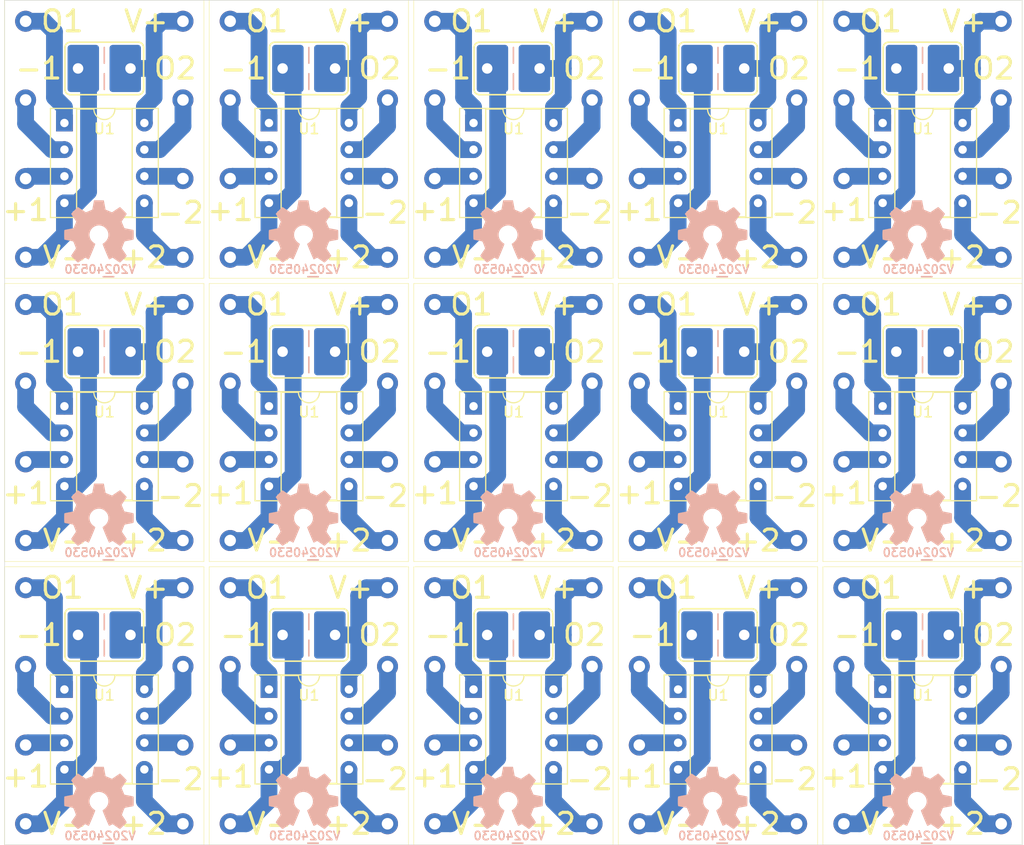
<source format=kicad_pcb>
(kicad_pcb (version 20221018) (generator pcbnew)
  (layers (0 "F.Cu" mixed) (31 "B.Cu" mixed) (34 "B.Paste" user) (35 "F.Paste" user) (36 "B.SilkS" user "B.Silkscreen") (37 "F.SilkS" user "F.Silkscreen") (38 "B.Mask" user) (39 "F.Mask" user) (44 "Edge.Cuts" user))
  (net 0 "")
  (net 1 "Net-(J1-Pin_1)")
  (net 2 "Net-(J4-Pin_1)")
  (net 3 "Net-(J8-Pin_1)")
  (net 4 "Net-(J2-Pin_1)")
  (net 5 "Net-(J3-Pin_1)")
  (net 6 "Net-(J5-Pin_1)")
  (net 7 "Net-(J6-Pin_1)")
  (net 8 "Net-(J7-Pin_1)")
  (footprint "mill-max:PC_pin_nail_head_6092" (layer "F.Cu") (at 102 125.5)
    (fp_text reference "J1")
    (fp_text value "O1")
  )
  (footprint "mill-max:PC_pin_nail_head_6092" (layer "F.Cu") (at 102 133)
    (fp_text reference "J2")
    (fp_text value "-1")
  )
  (footprint "mill-max:PC_pin_nail_head_6092" (layer "F.Cu") (at 102 140.5)
    (fp_text reference "J3")
    (fp_text value "+1")
  )
  (footprint "mill-max:PC_pin_nail_head_6092" (layer "F.Cu") (at 117 148)
    (fp_text reference "J5")
    (fp_text value "+2")
  )
  (footprint "mill-max:PC_pin_nail_head_6092" (layer "F.Cu") (at 117 140.5)
    (fp_text reference "J6")
    (fp_text value "-2")
  )
  (footprint "mill-max:PC_pin_nail_head_6092" (layer "F.Cu") (at 102 148 180)
    (fp_text reference "J4")
    (fp_text value "V-")
  )
  (footprint "SquantorCapacitor:C-050-050X100-0805-3516-film" (layer "F.Cu") (at 109.5 130)
    (fp_text reference "C1" hide)
    (fp_text value "1u" hide)
  )
  (footprint "mill-max:PC_pin_nail_head_6092" (layer "F.Cu") (at 195 98.5)
    (fp_text reference "J8" hide)
    (fp_text value "V+")
  )
  (footprint "mill-max:PC_pin_nail_head_6092" (layer "F.Cu") (at 175.5 140.5)
    (fp_text reference "J6")
    (fp_text value "-2")
  )
  (footprint "mill-max:PC_pin_nail_head_6092" (layer "F.Cu") (at 175.5 133)
    (fp_text reference "J7" hide)
    (fp_text value "O2")
  )
  (footprint "mill-max:PC_pin_nail_head_6092" (layer "F.Cu") (at 180 113.5)
    (fp_text reference "J3")
    (fp_text value "+1")
  )
  (footprint "Package_DIP:DIP-8_W7.62mm_Socket" (layer "F.Cu") (at 105.7 81.2)
    (fp_text reference "U1")
    (fp_text value "opamp_dual_8pin")
  )
  (footprint "mill-max:PC_pin_nail_head_6092" (layer "F.Cu") (at 121.5 133)
    (fp_text reference "J2")
    (fp_text value "-1")
  )
  (footprint "mill-max:PC_pin_nail_head_6092" (layer "F.Cu") (at 156 113.5)
    (fp_text reference "J6")
    (fp_text value "-2")
  )
  (footprint "mill-max:PC_pin_nail_head_6092" (layer "F.Cu") (at 121.5 140.5)
    (fp_text reference "J3")
    (fp_text value "+1")
  )
  (footprint "mill-max:PC_pin_nail_head_6092" (layer "F.Cu") (at 136.5 133)
    (fp_text reference "J7" hide)
    (fp_text value "O2")
  )
  (footprint "mill-max:PC_pin_nail_head_6092" (layer "F.Cu") (at 102 71.5)
    (fp_text reference "J1")
    (fp_text value "O1")
  )
  (footprint "mill-max:PC_pin_nail_head_6092" (layer "F.Cu") (at 156 125.5)
    (fp_text reference "J8" hide)
    (fp_text value "V+")
  )
  (footprint "mill-max:PC_pin_nail_head_6092" (layer "F.Cu") (at 117 106)
    (fp_text reference "J7" hide)
    (fp_text value "O2")
  )
  (footprint "mill-max:PC_pin_nail_head_6092" (layer "F.Cu") (at 141 148 180)
    (fp_text reference "J4")
    (fp_text value "V-")
  )
  (footprint "mill-max:PC_pin_nail_head_6092" (layer "F.Cu") (at 175.5 125.5)
    (fp_text reference "J8" hide)
    (fp_text value "V+")
  )
  (footprint "mill-max:PC_pin_nail_head_6092" (layer "F.Cu") (at 160.5 121 180)
    (fp_text reference "J4")
    (fp_text value "V-")
  )
  (footprint "mill-max:PC_pin_nail_head_6092" (layer "F.Cu") (at 121.5 86.5)
    (fp_text reference "J3")
    (fp_text value "+1")
  )
  (footprint "mill-max:PC_pin_nail_head_6092" (layer "F.Cu") (at 160.5 86.5)
    (fp_text reference "J3")
    (fp_text value "+1")
  )
  (footprint "mill-max:PC_pin_nail_head_6092" (layer "F.Cu") (at 136.5 79)
    (fp_text reference "J7" hide)
    (fp_text value "O2")
  )
  (footprint "mill-max:PC_pin_nail_head_6092" (layer "F.Cu") (at 160.5 113.5)
    (fp_text reference "J3")
    (fp_text value "+1")
  )
  (footprint "mill-max:PC_pin_nail_head_6092" (layer "F.Cu") (at 156 94)
    (fp_text reference "J5")
    (fp_text value "+2")
  )
  (footprint "mill-max:PC_pin_nail_head_6092" (layer "F.Cu") (at 102 94 180)
    (fp_text reference "J4")
    (fp_text value "V-")
  )
  (footprint "mill-max:PC_pin_nail_head_6092" (layer "F.Cu") (at 136.5 86.5)
    (fp_text reference "J6")
    (fp_text value "-2")
  )
  (footprint "mill-max:PC_pin_nail_head_6092" (layer "F.Cu") (at 117 79)
    (fp_text reference "J7" hide)
    (fp_text value "O2")
  )
  (footprint "mill-max:PC_pin_nail_head_6092" (layer "F.Cu") (at 175.5 148)
    (fp_text reference "J5")
    (fp_text value "+2")
  )
  (footprint "mill-max:PC_pin_nail_head_6092" (layer "F.Cu") (at 195 106)
    (fp_text reference "J7" hide)
    (fp_text value "O2")
  )
  (footprint "SquantorCapacitor:C-050-050X100-0805-3516-film" (layer "F.Cu") (at 168 130)
    (fp_text reference "C1" hide)
    (fp_text value "1u" hide)
  )
  (footprint "mill-max:PC_pin_nail_head_6092" (layer "F.Cu") (at 156 133)
    (fp_text reference "J7" hide)
    (fp_text value "O2")
  )
  (footprint "SquantorCapacitor:C-050-050X100-0805-3516-film" (layer "F.Cu") (at 168 103)
    (fp_text reference "C1" hide)
    (fp_text value "1u" hide)
  )
  (footprint "mill-max:PC_pin_nail_head_6092" (layer "F.Cu") (at 156 140.5)
    (fp_text reference "J6")
    (fp_text value "-2")
  )
  (footprint "mill-max:PC_pin_nail_head_6092" (layer "F.Cu") (at 160.5 125.5)
    (fp_text reference "J1")
    (fp_text value "O1")
  )
  (footprint "mill-max:PC_pin_nail_head_6092" (layer "F.Cu") (at 136.5 140.5)
    (fp_text reference "J6")
    (fp_text value "-2")
  )
  (footprint "mill-max:PC_pin_nail_head_6092" (layer "F.Cu") (at 156 79)
    (fp_text reference "J7" hide)
    (fp_text value "O2")
  )
  (footprint "mill-max:PC_pin_nail_head_6092" (layer "F.Cu") (at 117 94)
    (fp_text reference "J5")
    (fp_text value "+2")
  )
  (footprint "mill-max:PC_pin_nail_head_6092" (layer "F.Cu") (at 117 121)
    (fp_text reference "J5")
    (fp_text value "+2")
  )
  (footprint "mill-max:PC_pin_nail_head_6092" (layer "F.Cu") (at 175.5 113.5)
    (fp_text reference "J6")
    (fp_text value "-2")
  )
  (footprint "Package_DIP:DIP-8_W7.62mm_Socket" (layer "F.Cu") (at 183.7 81.2)
    (fp_text reference "U1")
    (fp_text value "opamp_dual_8pin")
  )
  (footprint "Package_DIP:DIP-8_W7.62mm_Socket" (layer "F.Cu") (at 183.7 135.2)
    (fp_text reference "U1")
    (fp_text value "opamp_dual_8pin")
  )
  (footprint "mill-max:PC_pin_nail_head_6092" (layer "F.Cu") (at 180 94 180)
    (fp_text reference "J4")
    (fp_text value "V-")
  )
  (footprint "mill-max:PC_pin_nail_head_6092" (layer "F.Cu") (at 175.5 121)
    (fp_text reference "J5")
    (fp_text value "+2")
  )
  (footprint "mill-max:PC_pin_nail_head_6092" (layer "F.Cu") (at 160.5 106)
    (fp_text reference "J2")
    (fp_text value "-1")
  )
  (footprint "mill-max:PC_pin_nail_head_6092" (layer "F.Cu") (at 195 121)
    (fp_text reference "J5")
    (fp_text value "+2")
  )
  (footprint "mill-max:PC_pin_nail_head_6092" (layer "F.Cu") (at 156 106)
    (fp_text reference "J7" hide)
    (fp_text value "O2")
  )
  (footprint "mill-max:PC_pin_nail_head_6092" (layer "F.Cu") (at 195 79)
    (fp_text reference "J7" hide)
    (fp_text value "O2")
  )
  (footprint "mill-max:PC_pin_nail_head_6092" (layer "F.Cu") (at 180 106)
    (fp_text reference "J2")
    (fp_text value "-1")
  )
  (footprint "Package_DIP:DIP-8_W7.62mm_Socket" (layer "F.Cu") (at 164.2 81.2)
    (fp_text reference "U1")
    (fp_text value "opamp_dual_8pin")
  )
  (footprint "Package_DIP:DIP-8_W7.62mm_Socket" (layer "F.Cu") (at 105.7 135.2)
    (fp_text reference "U1")
    (fp_text value "opamp_dual_8pin")
  )
  (footprint "mill-max:PC_pin_nail_head_6092" (layer "F.Cu") (at 160.5 94 180)
    (fp_text reference "J4")
    (fp_text value "V-")
  )
  (footprint "mill-max:PC_pin_nail_head_6092" (layer "F.Cu") (at 141 140.5)
    (fp_text reference "J3")
    (fp_text value "+1")
  )
  (footprint "mill-max:PC_pin_nail_head_6092" (layer "F.Cu") (at 160.5 140.5)
    (fp_text reference "J3")
    (fp_text value "+1")
  )
  (footprint "mill-max:PC_pin_nail_head_6092" (layer "F.Cu") (at 160.5 79)
    (fp_text reference "J2")
    (fp_text value "-1")
  )
  (footprint "mill-max:PC_pin_nail_head_6092" (layer "F.Cu") (at 102 98.5)
    (fp_text reference "J1")
    (fp_text value "O1")
  )
  (footprint "mill-max:PC_pin_nail_head_6092" (layer "F.Cu") (at 195 71.5)
    (fp_text reference "J8" hide)
    (fp_text value "V+")
  )
  (footprint "mill-max:PC_pin_nail_head_6092" (layer "F.Cu") (at 156 98.5)
    (fp_text reference "J8" hide)
    (fp_text value "V+")
  )
  (footprint "mill-max:PC_pin_nail_head_6092" (layer "F.Cu") (at 141 98.5)
    (fp_text reference "J1")
    (fp_text value "O1")
  )
  (footprint "SquantorCapacitor:C-050-050X100-0805-3516-film" (layer "F.Cu") (at 187.5 76)
    (fp_text reference "C1" hide)
    (fp_text value "1u" hide)
  )
  (footprint "mill-max:PC_pin_nail_head_6092" (layer "F.Cu") (at 117 98.5)
    (fp_text reference "J8" hide)
    (fp_text value "V+")
  )
  (footprint "mill-max:PC_pin_nail_head_6092" (layer "F.Cu") (at 141 79)
    (fp_text reference "J2")
    (fp_text value "-1")
  )
  (footprint "mill-max:PC_pin_nail_head_6092" (layer "F.Cu") (at 136.5 98.5)
    (fp_text reference "J8" hide)
    (fp_text value "V+")
  )
  (footprint "mill-max:PC_pin_nail_head_6092" (layer "F.Cu") (at 180 140.5)
    (fp_text reference "J3")
    (fp_text value "+1")
  )
  (footprint "mill-max:PC_pin_nail_head_6092" (layer "F.Cu") (at 121.5 121 180)
    (fp_text reference "J4")
    (fp_text value "V-")
  )
  (footprint "Package_DIP:DIP-8_W7.62mm_Socket" (layer "F.Cu") (at 144.7 81.2)
    (fp_text reference "U1")
    (fp_text value "opamp_dual_8pin")
  )
  (footprint "Package_DIP:DIP-8_W7.62mm_Socket" (layer "F.Cu") (at 144.7 108.2)
    (fp_text reference "U1")
    (fp_text value "opamp_dual_8pin")
  )
  (footprint "mill-max:PC_pin_nail_head_6092" (layer "F.Cu") (at 156 71.5)
    (fp_text reference "J8" hide)
    (fp_text value "V+")
  )
  (footprint "mill-max:PC_pin_nail_head_6092" (layer "F.Cu") (at 175.5 106)
    (fp_text reference "J7" hide)
    (fp_text value "O2")
  )
  (footprint "SquantorCapacitor:C-050-050X100-0805-3516-film" (layer "F.Cu") (at 187.5 103)
    (fp_text reference "C1" hide)
    (fp_text value "1u" hide)
  )
  (footprint "Package_DIP:DIP-8_W7.62mm_Socket" (layer "F.Cu") (at 125.2 108.2)
    (fp_text reference "U1")
    (fp_text value "opamp_dual_8pin")
  )
  (footprint "mill-max:PC_pin_nail_head_6092" (layer "F.Cu") (at 121.5 125.5)
    (fp_text reference "J1")
    (fp_text value "O1")
  )
  (footprint "mill-max:PC_pin_nail_head_6092" (layer "F.Cu") (at 121.5 113.5)
    (fp_text reference "J3")
    (fp_text value "+1")
  )
  (footprint "mill-max:PC_pin_nail_head_6092" (layer "F.Cu") (at 136.5 148)
    (fp_text reference "J5")
    (fp_text value "+2")
  )
  (footprint "Package_DIP:DIP-8_W7.62mm_Socket" (layer "F.Cu") (at 125.2 135.2)
    (fp_text reference "U1")
    (fp_text value "opamp_dual_8pin")
  )
  (footprint "SquantorCapacitor:C-050-050X100-0805-3516-film" (layer "F.Cu") (at 109.5 103)
    (fp_text reference "C1" hide)
    (fp_text value "1u" hide)
  )
  (footprint "mill-max:PC_pin_nail_head_6092" (layer "F.Cu") (at 180 79)
    (fp_text reference "J2")
    (fp_text value "-1")
  )
  (footprint "mill-max:PC_pin_nail_head_6092" (layer "F.Cu") (at 180 98.5)
    (fp_text reference "J1")
    (fp_text value "O1")
  )
  (footprint "SquantorCapacitor:C-050-050X100-0805-3516-film" (layer "F.Cu") (at 148.5 130)
    (fp_text reference "C1" hide)
    (fp_text value "1u" hide)
  )
  (footprint "mill-max:PC_pin_nail_head_6092" (layer "F.Cu") (at 160.5 148 180)
    (fp_text reference "J4")
    (fp_text value "V-")
  )
  (footprint "mill-max:PC_pin_nail_head_6092" (layer "F.Cu") (at 121.5 71.5)
    (fp_text reference "J1")
    (fp_text value "O1")
  )
  (footprint "mill-max:PC_pin_nail_head_6092" (layer "F.Cu") (at 175.5 79)
    (fp_text reference "J7" hide)
    (fp_text value "O2")
  )
  (footprint "mill-max:PC_pin_nail_head_6092" (layer "F.Cu") (at 175.5 98.5)
    (fp_text reference "J8" hide)
    (fp_text value "V+")
  )
  (footprint "mill-max:PC_pin_nail_head_6092" (layer "F.Cu") (at 141 86.5)
    (fp_text reference "J3")
    (fp_text value "+1")
  )
  (footprint "mill-max:PC_pin_nail_head_6092" (layer "F.Cu") (at 141 121 180)
    (fp_text reference "J4")
    (fp_text value "V-")
  )
  (footprint "mill-max:PC_pin_nail_head_6092" (layer "F.Cu") (at 195 148)
    (fp_text reference "J5")
    (fp_text value "+2")
  )
  (footprint "mill-max:PC_pin_nail_head_6092" (layer "F.Cu") (at 195 140.5)
    (fp_text reference "J6")
    (fp_text value "-2")
  )
  (footprint "mill-max:PC_pin_nail_head_6092" (layer "F.Cu") (at 160.5 133)
    (fp_text reference "J2")
    (fp_text value "-1")
  )
  (footprint "mill-max:PC_pin_nail_head_6092" (layer "F.Cu") (at 141 71.5)
    (fp_text reference "J1")
    (fp_text value "O1")
  )
  (footprint "mill-max:PC_pin_nail_head_6092" (layer "F.Cu") (at 121.5 94 180)
    (fp_text reference "J4")
    (fp_text value "V-")
  )
  (footprint "mill-max:PC_pin_nail_head_6092" (layer "F.Cu") (at 195 125.5)
    (fp_text reference "J8" hide)
    (fp_text value "V+")
  )
  (footprint "mill-max:PC_pin_nail_head_6092" (layer "F.Cu") (at 117 125.5)
    (fp_text reference "J8" hide)
    (fp_text value "V+")
  )
  (footprint "SquantorCapacitor:C-050-050X100-0805-3516-film" (layer "F.Cu") (at 148.5 76)
    (fp_text reference "C1" hide)
    (fp_text value "1u" hide)
  )
  (footprint "mill-max:PC_pin_nail_head_6092" (layer "F.Cu") (at 102 86.5)
    (fp_text reference "J3")
    (fp_text value "+1")
  )
  (footprint "Package_DIP:DIP-8_W7.62mm_Socket" (layer "F.Cu") (at 164.2 135.2)
    (fp_text reference "U1")
    (fp_text value "opamp_dual_8pin")
  )
  (footprint "SquantorCapacitor:C-050-050X100-0805-3516-film" (layer "F.Cu") (at 129 103)
    (fp_text reference "C1" hide)
    (fp_text value "1u" hide)
  )
  (footprint "mill-max:PC_pin_nail_head_6092" (layer "F.Cu") (at 102 79)
    (fp_text reference "J2")
    (fp_text value "-1")
  )
  (footprint "Package_DIP:DIP-8_W7.62mm_Socket" (layer "F.Cu") (at 125.2 81.2)
    (fp_text reference "U1")
    (fp_text value "opamp_dual_8pin")
  )
  (footprint "mill-max:PC_pin_nail_head_6092" (layer "F.Cu") (at 195 94)
    (fp_text reference "J5")
    (fp_text value "+2")
  )
  (footprint "mill-max:PC_pin_nail_head_6092" (layer "F.Cu") (at 102 106)
    (fp_text reference "J2")
    (fp_text value "-1")
  )
  (footprint "mill-max:PC_pin_nail_head_6092" (layer "F.Cu") (at 117 86.5)
    (fp_text reference "J6")
    (fp_text value "-2")
  )
  (footprint "mill-max:PC_pin_nail_head_6092" (layer "F.Cu") (at 180 121 180)
    (fp_text reference "J4")
    (fp_text value "V-")
  )
  (footprint "Package_DIP:DIP-8_W7.62mm_Socket" (layer "F.Cu") (at 183.7 108.2)
    (fp_text reference "U1")
    (fp_text value "opamp_dual_8pin")
  )
  (footprint "mill-max:PC_pin_nail_head_6092" (layer "F.Cu") (at 136.5 71.5)
    (fp_text reference "J8" hide)
    (fp_text value "V+")
  )
  (footprint "Package_DIP:DIP-8_W7.62mm_Socket" (layer "F.Cu") (at 144.7 135.2)
    (fp_text reference "U1")
    (fp_text value "opamp_dual_8pin")
  )
  (footprint "SquantorCapacitor:C-050-050X100-0805-3516-film" (layer "F.Cu") (at 148.5 103)
    (fp_text reference "C1" hide)
    (fp_text value "1u" hide)
  )
  (footprint "mill-max:PC_pin_nail_head_6092" (layer "F.Cu") (at 102 121 180)
    (fp_text reference "J4")
    (fp_text value "V-")
  )
  (footprint "mill-max:PC_pin_nail_head_6092" (layer "F.Cu") (at 102 113.5)
    (fp_text reference "J3")
    (fp_text value "+1")
  )
  (footprint "mill-max:PC_pin_nail_head_6092" (layer "F.Cu") (at 141 94 180)
    (fp_text reference "J4")
    (fp_text value "V-")
  )
  (footprint "Package_DIP:DIP-8_W7.62mm_Socket" (layer "F.Cu") (at 164.2 108.2)
    (fp_text reference "U1")
    (fp_text value "opamp_dual_8pin")
  )
  (footprint "mill-max:PC_pin_nail_head_6092" (layer "F.Cu") (at 156 86.5)
    (fp_text reference "J6")
    (fp_text value "-2")
  )
  (footprint "mill-max:PC_pin_nail_head_6092" (layer "F.Cu") (at 175.5 71.5)
    (fp_text reference "J8" hide)
    (fp_text value "V+")
  )
  (footprint "mill-max:PC_pin_nail_head_6092" (layer "F.Cu") (at 121.5 106)
    (fp_text reference "J2")
    (fp_text value "-1")
  )
  (footprint "mill-max:PC_pin_nail_head_6092" (layer "F.Cu") (at 156 121)
    (fp_text reference "J5")
    (fp_text value "+2")
  )
  (footprint "mill-max:PC_pin_nail_head_6092" (layer "F.Cu") (at 195 113.5)
    (fp_text reference "J6")
    (fp_text value "-2")
  )
  (footprint "mill-max:PC_pin_nail_head_6092" (layer "F.Cu") (at 136.5 106)
    (fp_text reference "J7" hide)
    (fp_text value "O2")
  )
  (footprint "mill-max:PC_pin_nail_head_6092" (layer "F.Cu") (at 136.5 121)
    (fp_text reference "J5")
    (fp_text value "+2")
  )
  (footprint "mill-max:PC_pin_nail_head_6092" (layer "F.Cu") (at 175.5 86.5)
    (fp_text reference "J6")
    (fp_text value "-2")
  )
  (footprint "mill-max:PC_pin_nail_head_6092" (layer "F.Cu") (at 160.5 71.5)
    (fp_text reference "J1")
    (fp_text value "O1")
  )
  (footprint "mill-max:PC_pin_nail_head_6092" (layer "F.Cu") (at 136.5 113.5)
    (fp_text reference "J6")
    (fp_text value "-2")
  )
  (footprint "mill-max:PC_pin_nail_head_6092" (layer "F.Cu") (at 117 71.5)
    (fp_text reference "J8" hide)
    (fp_text value "V+")
  )
  (footprint "mill-max:PC_pin_nail_head_6092" (layer "F.Cu") (at 180 71.5)
    (fp_text reference "J1")
    (fp_text value "O1")
  )
  (footprint "mill-max:PC_pin_nail_head_6092" (layer "F.Cu") (at 117 113.5)
    (fp_text reference "J6")
    (fp_text value "-2")
  )
  (footprint "SquantorCapacitor:C-050-050X100-0805-3516-film" (layer "F.Cu") (at 187.5 130)
    (fp_text reference "C1" hide)
    (fp_text value "1u" hide)
  )
  (footprint "mill-max:PC_pin_nail_head_6092" (layer "F.Cu") (at 180 86.5)
    (fp_text reference "J3")
    (fp_text value "+1")
  )
  (footprint "mill-max:PC_pin_nail_head_6092" (layer "F.Cu") (at 141 106)
    (fp_text reference "J2")
    (fp_text value "-1")
  )
  (footprint "mill-max:PC_pin_nail_head_6092" (layer "F.Cu") (at 180 125.5)
    (fp_text reference "J1")
    (fp_text value "O1")
  )
  (footprint "mill-max:PC_pin_nail_head_6092" (layer "F.Cu") (at 175.5 94)
    (fp_text reference "J5")
    (fp_text value "+2")
  )
  (footprint "mill-max:PC_pin_nail_head_6092" (layer "F.Cu") (at 136.5 94)
    (fp_text reference "J5")
    (fp_text value "+2")
  )
  (footprint "mill-max:PC_pin_nail_head_6092" (layer "F.Cu") (at 180 148 180)
    (fp_text reference "J4")
    (fp_text value "V-")
  )
  (footprint "mill-max:PC_pin_nail_head_6092" (layer "F.Cu") (at 117 133)
    (fp_text reference "J7" hide)
    (fp_text value "O2")
  )
  (footprint "mill-max:PC_pin_nail_head_6092" (layer "F.Cu") (at 141 113.5)
    (fp_text reference "J3")
    (fp_text value "+1")
  )
  (footprint "mill-max:PC_pin_nail_head_6092" (layer "F.Cu") (at 141 125.5)
    (fp_text reference "J1")
    (fp_text value "O1")
  )
  (footprint "SquantorCapacitor:C-050-050X100-0805-3516-film" (layer "F.Cu") (at 168 76)
    (fp_text reference "C1" hide)
    (fp_text value "1u" hide)
  )
  (footprint "mill-max:PC_pin_nail_head_6092" (layer "F.Cu") (at 180 133)
    (fp_text reference "J2")
    (fp_text value "-1")
  )
  (footprint "mill-max:PC_pin_nail_head_6092" (layer "F.Cu") (at 136.5 125.5)
    (fp_text reference "J8" hide)
    (fp_text value "V+")
  )
  (footprint "mill-max:PC_pin_nail_head_6092" (layer "F.Cu") (at 195 86.5)
    (fp_text reference "J6")
    (fp_text value "-2")
  )
  (footprint "mill-max:PC_pin_nail_head_6092" (layer "F.Cu") (at 156 148)
    (fp_text reference "J5")
    (fp_text value "+2")
  )
  (footprint "mill-max:PC_pin_nail_head_6092" (layer "F.Cu") (at 141 133)
    (fp_text reference "J2")
    (fp_text value "-1")
  )
  (footprint "mill-max:PC_pin_nail_head_6092" (layer "F.Cu") (at 121.5 98.5)
    (fp_text reference "J1")
    (fp_text value "O1")
  )
  (footprint "mill-max:PC_pin_nail_head_6092" (layer "F.Cu") (at 195 133)
    (fp_text reference "J7" hide)
    (fp_text value "O2")
  )
  (footprint "Package_DIP:DIP-8_W7.62mm_Socket" (layer "F.Cu") (at 105.7 108.2)
    (fp_text reference "U1")
    (fp_text value "opamp_dual_8pin")
  )
  (footprint "mill-max:PC_pin_nail_head_6092" (layer "F.Cu") (at 160.5 98.5)
    (fp_text reference "J1")
    (fp_text value "O1")
  )
  (footprint "SquantorCapacitor:C-050-050X100-0805-3516-film" (layer "F.Cu") (at 129 76)
    (fp_text reference "C1" hide)
    (fp_text value "1u" hide)
  )
  (footprint "SquantorCapacitor:C-050-050X100-0805-3516-film" (layer "F.Cu") (at 109.5 76)
    (fp_text reference "C1" hide)
    (fp_text value "1u" hide)
  )
  (footprint "mill-max:PC_pin_nail_head_6092" (layer "F.Cu") (at 121.5 148 180)
    (fp_text reference "J4")
    (fp_text value "V-")
  )
  (footprint "SquantorCapacitor:C-050-050X100-0805-3516-film" (layer "F.Cu") (at 129 130)
    (fp_text reference "C1" hide)
    (fp_text value "1u" hide)
  )
  (footprint "mill-max:PC_pin_nail_head_6092" (layer "F.Cu") (at 121.5 79)
    (fp_text reference "J2")
    (fp_text value "-1")
  )
  (footprint "Symbol:OSHW-Symbol_6.7x6mm_SilkScreen" (layer "B.Cu") (at 109 145.55 180)
    (fp_text reference "N2" hide)
    (fp_text value "OHWLOGO" hide)
  )
  (footprint "SquantorLabels:Label_Generic" (layer "B.Cu") (at 109.9 149.25 180)
    (fp_text reference "N1" hide)
    (fp_text value "V20240530")
  )
  (footprint "Symbol:OSHW-Symbol_6.7x6mm_SilkScreen" (layer "B.Cu") (at 187 91.55 180)
    (fp_text reference "N2" hide)
    (fp_text value "OHWLOGO" hide)
  )
  (footprint "Symbol:OSHW-Symbol_6.7x6mm_SilkScreen" (layer "B.Cu") (at 128.5 118.55 180)
    (fp_text reference "N2" hide)
    (fp_text value "OHWLOGO" hide)
  )
  (footprint "Symbol:OSHW-Symbol_6.7x6mm_SilkScreen" (layer "B.Cu") (at 167.5 145.55 180)
    (fp_text reference "N2" hide)
    (fp_text value "OHWLOGO" hide)
  )
  (footprint "SquantorLabels:Label_Generic" (layer "B.Cu") (at 129.4 95.25 180)
    (fp_text reference "N1" hide)
    (fp_text value "V20240530")
  )
  (footprint "Symbol:OSHW-Symbol_6.7x6mm_SilkScreen" (layer "B.Cu") (at 128.5 145.55 180)
    (fp_text reference "N2" hide)
    (fp_text value "OHWLOGO" hide)
  )
  (footprint "Symbol:OSHW-Symbol_6.7x6mm_SilkScreen" (layer "B.Cu") (at 128.5 91.55 180)
    (fp_text reference "N2" hide)
    (fp_text value "OHWLOGO" hide)
  )
  (footprint "SquantorLabels:Label_Generic" (layer "B.Cu") (at 168.4 95.25 180)
    (fp_text reference "N1" hide)
    (fp_text value "V20240530")
  )
  (footprint "Symbol:OSHW-Symbol_6.7x6mm_SilkScreen" (layer "B.Cu") (at 148 145.55 180)
    (fp_text reference "N2" hide)
    (fp_text value "OHWLOGO" hide)
  )
  (footprint "SquantorLabels:Label_Generic" (layer "B.Cu") (at 109.9 122.25 180)
    (fp_text reference "N1" hide)
    (fp_text value "V20240530")
  )
  (footprint "Symbol:OSHW-Symbol_6.7x6mm_SilkScreen" (layer "B.Cu") (at 167.5 118.55 180)
    (fp_text reference "N2" hide)
    (fp_text value "OHWLOGO" hide)
  )
  (footprint "Symbol:OSHW-Symbol_6.7x6mm_SilkScreen" (layer "B.Cu") (at 109 91.55 180)
    (fp_text reference "N2" hide)
    (fp_text value "OHWLOGO" hide)
  )
  (footprint "Symbol:OSHW-Symbol_6.7x6mm_SilkScreen" (layer "B.Cu") (at 187 118.55 180)
    (fp_text reference "N2" hide)
    (fp_text value "OHWLOGO" hide)
  )
  (footprint "Symbol:OSHW-Symbol_6.7x6mm_SilkScreen" (layer "B.Cu") (at 109 118.55 180)
    (fp_text reference "N2" hide)
    (fp_text value "OHWLOGO" hide)
  )
  (footprint "SquantorLabels:Label_Generic" (layer "B.Cu") (at 187.9 122.25 180)
    (fp_text reference "N1" hide)
    (fp_text value "V20240530")
  )
  (footprint "SquantorLabels:Label_Generic" (layer "B.Cu") (at 168.4 149.25 180)
    (fp_text reference "N1" hide)
    (fp_text value "V20240530")
  )
  (footprint "Symbol:OSHW-Symbol_6.7x6mm_SilkScreen" (layer "B.Cu") (at 148 91.55 180)
    (fp_text reference "N2" hide)
    (fp_text value "OHWLOGO" hide)
  )
  (footprint "SquantorLabels:Label_Generic" (layer "B.Cu") (at 129.4 122.25 180)
    (fp_text reference "N1" hide)
    (fp_text value "V20240530")
  )
  (footprint "SquantorLabels:Label_Generic" (layer "B.Cu") (at 148.9 95.25 180)
    (fp_text reference "N1" hide)
    (fp_text value "V20240530")
  )
  (footprint "SquantorLabels:Label_Generic" (layer "B.Cu") (at 168.4 122.25 180)
    (fp_text reference "N1" hide)
    (fp_text value "V20240530")
  )
  (footprint "SquantorLabels:Label_Generic" (layer "B.Cu") (at 187.9 149.25 180)
    (fp_text reference "N1" hide)
    (fp_text value "V20240530")
  )
  (footprint "SquantorLabels:Label_Generic" (layer "B.Cu") (at 148.9 122.25 180)
    (fp_text reference "N1" hide)
    (fp_text value "V20240530")
  )
  (footprint "SquantorLabels:Label_Generic" (layer "B.Cu") (at 109.9 95.25 180)
    (fp_text reference "N1" hide)
    (fp_text value "V20240530")
  )
  (footprint "SquantorLabels:Label_Generic" (layer "B.Cu") (at 148.9 149.25 180)
    (fp_text reference "N1" hide)
    (fp_text value "V20240530")
  )
  (footprint "Symbol:OSHW-Symbol_6.7x6mm_SilkScreen" (layer "B.Cu") (at 187 145.55 180)
    (fp_text reference "N2" hide)
    (fp_text value "OHWLOGO" hide)
  )
  (footprint "Symbol:OSHW-Symbol_6.7x6mm_SilkScreen" (layer "B.Cu") (at 167.5 91.55 180)
    (fp_text reference "N2" hide)
    (fp_text value "OHWLOGO" hide)
  )
  (footprint "Symbol:OSHW-Symbol_6.7x6mm_SilkScreen" (layer "B.Cu") (at 148 118.55 180)
    (fp_text reference "N2" hide)
    (fp_text value "OHWLOGO" hide)
  )
  (footprint "SquantorLabels:Label_Generic" (layer "B.Cu") (at 129.4 149.25 180)
    (fp_text reference "N1" hide)
    (fp_text value "V20240530")
  )
  (footprint "SquantorLabels:Label_Generic" (layer "B.Cu") (at 187.9 95.25 180)
    (fp_text reference "N1" hide)
    (fp_text value "V20240530")
  )
  (gr_line (start 100 150) (end 119 150) (stroke (width 0.05)) (layer "F.SilkS"))
  (gr_line (start 119 123.5) (end 119 150) (stroke (width 0.05)) (layer "F.SilkS"))
  (gr_line (start 119 123.5) (end 100 123.5) (stroke (width 0.05)) (layer "F.SilkS"))
  (gr_line (start 158.5 96) (end 177.5 96) (stroke (width 0.05)) (layer "F.SilkS"))
  (gr_line (start 158 123.5) (end 139 123.5) (stroke (width 0.05)) (layer "F.SilkS"))
  (gr_line (start 139 123) (end 158 123) (stroke (width 0.05)) (layer "F.SilkS"))
  (gr_line (start 177.5 96.5) (end 158.5 96.5) (stroke (width 0.05)) (layer "F.SilkS"))
  (gr_line (start 197 123.5) (end 178 123.5) (stroke (width 0.05)) (layer "F.SilkS"))
  (gr_line (start 119 69.5) (end 100 69.5) (stroke (width 0.05)) (layer "F.SilkS"))
  (gr_line (start 178 96) (end 197 96) (stroke (width 0.05)) (layer "F.SilkS"))
  (gr_line (start 119.5 123) (end 138.5 123) (stroke (width 0.05)) (layer "F.SilkS"))
  (gr_line (start 119 96.5) (end 100 96.5) (stroke (width 0.05)) (layer "F.SilkS"))
  (gr_line (start 119.5 150) (end 119.5 123.5) (stroke (width 0.05)) (layer "F.SilkS"))
  (gr_line (start 119.5 123) (end 119.5 96.5) (stroke (width 0.05)) (layer "F.SilkS"))
  (gr_line (start 158 123.5) (end 158 150) (stroke (width 0.05)) (layer "F.SilkS"))
  (gr_line (start 139 96) (end 158 96) (stroke (width 0.05)) (layer "F.SilkS"))
  (gr_line (start 177.5 123.5) (end 158.5 123.5) (stroke (width 0.05)) (layer "F.SilkS"))
  (gr_line (start 138.5 69.5) (end 119.5 69.5) (stroke (width 0.05)) (layer "F.SilkS"))
  (gr_line (start 158.5 150) (end 177.5 150) (stroke (width 0.05)) (layer "F.SilkS"))
  (gr_line (start 138.5 96.5) (end 119.5 96.5) (stroke (width 0.05)) (layer "F.SilkS"))
  (gr_line (start 119.5 150) (end 138.5 150) (stroke (width 0.05)) (layer "F.SilkS"))
  (gr_line (start 139 96) (end 139 69.5) (stroke (width 0.05)) (layer "F.SilkS"))
  (gr_line (start 197 96.5) (end 197 123) (stroke (width 0.05)) (layer "F.SilkS"))
  (gr_line (start 158 69.5) (end 158 96) (stroke (width 0.05)) (layer "F.SilkS"))
  (gr_line (start 100 150) (end 100 123.5) (stroke (width 0.05)) (layer "F.SilkS"))
  (gr_line (start 139 150) (end 158 150) (stroke (width 0.05)) (layer "F.SilkS"))
  (gr_line (start 197 123.5) (end 197 150) (stroke (width 0.05)) (layer "F.SilkS"))
  (gr_line (start 138.5 123.5) (end 138.5 150) (stroke (width 0.05)) (layer "F.SilkS"))
  (gr_line (start 178 150) (end 178 123.5) (stroke (width 0.05)) (layer "F.SilkS"))
  (gr_line (start 100 96) (end 100 69.5) (stroke (width 0.05)) (layer "F.SilkS"))
  (gr_line (start 119 96.5) (end 119 123) (stroke (width 0.05)) (layer "F.SilkS"))
  (gr_line (start 138.5 123.5) (end 119.5 123.5) (stroke (width 0.05)) (layer "F.SilkS"))
  (gr_line (start 119 69.5) (end 119 96) (stroke (width 0.05)) (layer "F.SilkS"))
  (gr_line (start 177.5 69.5) (end 158.5 69.5) (stroke (width 0.05)) (layer "F.SilkS"))
  (gr_line (start 158.5 96) (end 158.5 69.5) (stroke (width 0.05)) (layer "F.SilkS"))
  (gr_line (start 177.5 123.5) (end 177.5 150) (stroke (width 0.05)) (layer "F.SilkS"))
  (gr_line (start 177.5 69.5) (end 177.5 96) (stroke (width 0.05)) (layer "F.SilkS"))
  (gr_line (start 158.5 150) (end 158.5 123.5) (stroke (width 0.05)) (layer "F.SilkS"))
  (gr_line (start 119.5 96) (end 138.5 96) (stroke (width 0.05)) (layer "F.SilkS"))
  (gr_line (start 197 69.5) (end 197 96) (stroke (width 0.05)) (layer "F.SilkS"))
  (gr_line (start 178 123) (end 178 96.5) (stroke (width 0.05)) (layer "F.SilkS"))
  (gr_line (start 158.5 123) (end 158.5 96.5) (stroke (width 0.05)) (layer "F.SilkS"))
  (gr_line (start 158 96.5) (end 158 123) (stroke (width 0.05)) (layer "F.SilkS"))
  (gr_line (start 178 150) (end 197 150) (stroke (width 0.05)) (layer "F.SilkS"))
  (gr_line (start 119.5 96) (end 119.5 69.5) (stroke (width 0.05)) (layer "F.SilkS"))
  (gr_line (start 177.5 96.5) (end 177.5 123) (stroke (width 0.05)) (layer "F.SilkS"))
  (gr_line (start 100 123) (end 100 96.5) (stroke (width 0.05)) (layer "F.SilkS"))
  (gr_line (start 178 96) (end 178 69.5) (stroke (width 0.05)) (layer "F.SilkS"))
  (gr_line (start 138.5 69.5) (end 138.5 96) (stroke (width 0.05)) (layer "F.SilkS"))
  (gr_line (start 139 123) (end 139 96.5) (stroke (width 0.05)) (layer "F.SilkS"))
  (gr_line (start 197 69.5) (end 178 69.5) (stroke (width 0.05)) (layer "F.SilkS"))
  (gr_line (start 158 96.5) (end 139 96.5) (stroke (width 0.05)) (layer "F.SilkS"))
  (gr_line (start 158 69.5) (end 139 69.5) (stroke (width 0.05)) (layer "F.SilkS"))
  (gr_line (start 100 96) (end 119 96) (stroke (width 0.05)) (layer "F.SilkS"))
  (gr_line (start 100 123) (end 119 123) (stroke (width 0.05)) (layer "F.SilkS"))
  (gr_line (start 158.5 123) (end 177.5 123) (stroke (width 0.05)) (layer "F.SilkS"))
  (gr_line (start 197 96.5) (end 178 96.5) (stroke (width 0.05)) (layer "F.SilkS"))
  (gr_line (start 178 123) (end 197 123) (stroke (width 0.05)) (layer "F.SilkS"))
  (gr_line (start 138.5 96.5) (end 138.5 123) (stroke (width 0.05)) (layer "F.SilkS"))
  (gr_line (start 139 150) (end 139 123.5) (stroke (width 0.05)) (layer "F.SilkS"))
  (gr_line (start 197 69.5) (end 100 69.5) (stroke (width 0.05)) (layer "Edge.Cuts"))
  (gr_line (start 100 69.5) (end 100 150) (stroke (width 0.05)) (layer "Edge.Cuts"))
  (gr_line (start 197 150) (end 197 69.5) (stroke (width 0.05)) (layer "Edge.Cuts"))
  (gr_line (start 100 150) (end 197 150) (stroke (width 0.05)) (layer "Edge.Cuts"))
  (segment (start 181.75 125.5) (end 180 125.5) (width 1.6) (layer "B.Cu") (net 1))
  (segment (start 125.2 133.7) (end 124.25 132.75) (width 1.6) (layer "B.Cu") (net 1))
  (segment (start 144.7 79.7) (end 143.75 78.75) (width 1.6) (layer "B.Cu") (net 1))
  (segment (start 143.75 78.75) (end 143.75 72.5) (width 1.6) (layer "B.Cu") (net 1))
  (segment (start 181.75 98.5) (end 180 98.5) (width 1.6) (layer "B.Cu") (net 1))
  (segment (start 182.75 99.5) (end 181.75 98.5) (width 1.6) (layer "B.Cu") (net 1))
  (segment (start 163.25 105.75) (end 163.25 99.5) (width 1.6) (layer "B.Cu") (net 1))
  (segment (start 125.2 81.2) (end 125.2 79.7) (width 1.6) (layer "B.Cu") (net 1))
  (segment (start 183.7 133.7) (end 182.75 132.75) (width 1.6) (layer "B.Cu") (net 1))
  (segment (start 164.2 106.7) (end 163.25 105.75) (width 1.6) (layer "B.Cu") (net 1))
  (segment (start 164.2 79.7) (end 163.25 78.75) (width 1.6) (layer "B.Cu") (net 1))
  (segment (start 182.75 126.5) (end 181.75 125.5) (width 1.6) (layer "B.Cu") (net 1))
  (segment (start 163.25 99.5) (end 162.25 98.5) (width 1.6) (layer "B.Cu") (net 1))
  (segment (start 104.75 99.5) (end 103.75 98.5) (width 1.6) (layer "B.Cu") (net 1))
  (segment (start 125.2 106.7) (end 124.25 105.75) (width 1.6) (layer "B.Cu") (net 1))
  (segment (start 162.25 98.5) (end 160.5 98.5) (width 1.6) (layer "B.Cu") (net 1))
  (segment (start 124.25 126.5) (end 123.25 125.5) (width 1.6) (layer "B.Cu") (net 1))
  (segment (start 104.75 105.75) (end 104.75 99.5) (width 1.6) (layer "B.Cu") (net 1))
  (segment (start 144.7 81.2) (end 144.7 79.7) (width 1.6) (layer "B.Cu") (net 1))
  (segment (start 182.75 78.75) (end 182.75 72.5) (width 1.6) (layer "B.Cu") (net 1))
  (segment (start 162.25 125.5) (end 160.5 125.5) (width 1.6) (layer "B.Cu") (net 1))
  (segment (start 144.7 135.2) (end 144.7 133.7) (width 1.6) (layer "B.Cu") (net 1))
  (segment (start 164.2 81.2) (end 164.2 79.7) (width 1.6) (layer "B.Cu") (net 1))
  (segment (start 183.7 108.2) (end 183.7 106.7) (width 1.6) (layer "B.Cu") (net 1))
  (segment (start 143.75 105.75) (end 143.75 99.5) (width 1.6) (layer "B.Cu") (net 1))
  (segment (start 163.25 126.5) (end 162.25 125.5) (width 1.6) (layer "B.Cu") (net 1))
  (segment (start 142.75 71.5) (end 141 71.5) (width 1.6) (layer "B.Cu") (net 1))
  (segment (start 125.2 135.2) (end 125.2 133.7) (width 1.6) (layer "B.Cu") (net 1))
  (segment (start 143.75 72.5) (end 142.75 71.5) (width 1.6) (layer "B.Cu") (net 1))
  (segment (start 104.75 78.75) (end 104.75 72.5) (width 1.6) (layer "B.Cu") (net 1))
  (segment (start 182.75 72.5) (end 181.75 71.5) (width 1.6) (layer "B.Cu") (net 1))
  (segment (start 105.7 81.2) (end 105.7 79.7) (width 1.6) (layer "B.Cu") (net 1))
  (segment (start 105.7 106.7) (end 104.75 105.75) (width 1.6) (layer "B.Cu") (net 1))
  (segment (start 103.75 125.5) (end 102 125.5) (width 1.6) (layer "B.Cu") (net 1))
  (segment (start 183.7 135.2) (end 183.7 133.7) (width 1.6) (layer "B.Cu") (net 1))
  (segment (start 105.7 79.7) (end 104.75 78.75) (width 1.6) (layer "B.Cu") (net 1))
  (segment (start 105.7 135.2) (end 105.7 133.7) (width 1.6) (layer "B.Cu") (net 1))
  (segment (start 124.25 72.5) (end 123.25 71.5) (width 1.6) (layer "B.Cu") (net 1))
  (segment (start 105.7 108.2) (end 105.7 106.7) (width 1.6) (layer "B.Cu") (net 1))
  (segment (start 143.75 99.5) (end 142.75 98.5) (width 1.6) (layer "B.Cu") (net 1))
  (segment (start 164.2 135.2) (end 164.2 133.7) (width 1.6) (layer "B.Cu") (net 1))
  (segment (start 183.7 81.2) (end 183.7 79.7) (width 1.6) (layer "B.Cu") (net 1))
  (segment (start 104.75 72.5) (end 103.75 71.5) (width 1.6) (layer "B.Cu") (net 1))
  (segment (start 142.75 125.5) (end 141 125.5) (width 1.6) (layer "B.Cu") (net 1))
  (segment (start 142.75 98.5) (end 141 98.5) (width 1.6) (layer "B.Cu") (net 1))
  (segment (start 123.25 125.5) (end 121.5 125.5) (width 1.6) (layer "B.Cu") (net 1))
  (segment (start 143.75 132.75) (end 143.75 126.5) (width 1.6) (layer "B.Cu") (net 1))
  (segment (start 143.75 126.5) (end 142.75 125.5) (width 1.6) (layer "B.Cu") (net 1))
  (segment (start 123.25 98.5) (end 121.5 98.5) (width 1.6) (layer "B.Cu") (net 1))
  (segment (start 103.75 98.5) (end 102 98.5) (width 1.6) (layer "B.Cu") (net 1))
  (segment (start 164.2 108.2) (end 164.2 106.7) (width 1.6) (layer "B.Cu") (net 1))
  (segment (start 144.7 108.2) (end 144.7 106.7) (width 1.6) (layer "B.Cu") (net 1))
  (segment (start 125.2 108.2) (end 125.2 106.7) (width 1.6) (layer "B.Cu") (net 1))
  (segment (start 125.2 79.7) (end 124.25 78.75) (width 1.6) (layer "B.Cu") (net 1))
  (segment (start 162.25 71.5) (end 160.5 71.5) (width 1.6) (layer "B.Cu") (net 1))
  (segment (start 123.25 71.5) (end 121.5 71.5) (width 1.6) (layer "B.Cu") (net 1))
  (segment (start 183.7 79.7) (end 182.75 78.75) (width 1.6) (layer "B.Cu") (net 1))
  (segment (start 104.75 132.75) (end 104.75 126.5) (width 1.6) (layer "B.Cu") (net 1))
  (segment (start 181.75 71.5) (end 180 71.5) (width 1.6) (layer "B.Cu") (net 1))
  (segment (start 104.75 126.5) (end 103.75 125.5) (width 1.6) (layer "B.Cu") (net 1))
  (segment (start 163.25 132.75) (end 163.25 126.5) (width 1.6) (layer "B.Cu") (net 1))
  (segment (start 182.75 105.75) (end 182.75 99.5) (width 1.6) (layer "B.Cu") (net 1))
  (segment (start 124.25 132.75) (end 124.25 126.5) (width 1.6) (layer "B.Cu") (net 1))
  (segment (start 124.25 78.75) (end 124.25 72.5) (width 1.6) (layer "B.Cu") (net 1))
  (segment (start 124.25 99.5) (end 123.25 98.5) (width 1.6) (layer "B.Cu") (net 1))
  (segment (start 103.75 71.5) (end 102 71.5) (width 1.6) (layer "B.Cu") (net 1))
  (segment (start 163.25 78.75) (end 163.25 72.5) (width 1.6) (layer "B.Cu") (net 1))
  (segment (start 182.75 132.75) (end 182.75 126.5) (width 1.6) (layer "B.Cu") (net 1))
  (segment (start 144.7 133.7) (end 143.75 132.75) (width 1.6) (layer "B.Cu") (net 1))
  (segment (start 105.7 133.7) (end 104.75 132.75) (width 1.6) (layer "B.Cu") (net 1))
  (segment (start 144.7 106.7) (end 143.75 105.75) (width 1.6) (layer "B.Cu") (net 1))
  (segment (start 183.7 106.7) (end 182.75 105.75) (width 1.6) (layer "B.Cu") (net 1))
  (segment (start 164.2 133.7) (end 163.25 132.75) (width 1.6) (layer "B.Cu") (net 1))
  (segment (start 163.25 72.5) (end 162.25 71.5) (width 1.6) (layer "B.Cu") (net 1))
  (segment (start 124.25 105.75) (end 124.25 99.5) (width 1.6) (layer "B.Cu") (net 1))
  (segment (start 186 87.75) (end 186 76.5) (width 1.6) (layer "B.Cu") (net 2))
  (segment (start 107.5 76) (end 107 76) (width 1.6) (layer "B.Cu") (net 2))
  (segment (start 144.7 88.82) (end 145.93 88.82) (width 1.6) (layer "B.Cu") (net 2))
  (segment (start 144.7 115.82) (end 144.7 118.8) (width 1.6) (layer "B.Cu") (net 2))
  (segment (start 125.2 88.82) (end 126.43 88.82) (width 1.6) (layer "B.Cu") (net 2))
  (segment (start 164.2 115.82) (end 165.43 115.82) (width 1.6) (layer "B.Cu") (net 2))
  (segment (start 125.2 118.8) (end 123 121) (width 1.6) (layer "B.Cu") (net 2))
  (segment (start 183.7 115.82) (end 184.93 115.82) (width 1.6) (layer "B.Cu") (net 2))
  (segment (start 181.5 121) (end 180 121) (width 1.6) (layer "B.Cu") (net 2))
  (segment (start 127.5 87.75) (end 127.5 76.5) (width 1.6) (layer "B.Cu") (net 2))
  (segment (start 183.7 115.82) (end 183.7 118.8) (width 1.6) (layer "B.Cu") (net 2))
  (segment (start 147 141.75) (end 147 130.5) (width 1.6) (layer "B.Cu") (net 2))
  (segment (start 184.93 142.82) (end 186 141.75) (width 1.6) (layer "B.Cu") (net 2))
  (segment (start 164.2 115.82) (end 164.2 118.8) (width 1.6) (layer "B.Cu") (net 2))
  (segment (start 166 103) (end 165.5 103) (width 1.6) (layer "B.Cu") (net 2))
  (segment (start 127.5 130.5) (end 127 130) (width 1.6) (layer "B.Cu") (net 2))
  (segment (start 185.5 103) (end 185 103) (width 1.6) (layer "B.Cu") (net 2))
  (segment (start 147 76.5) (end 146.5 76) (width 1.6) (layer "B.Cu") (net 2))
  (segment (start 166 130) (end 165.5 130) (width 1.6) (layer "B.Cu") (net 2))
  (segment (start 184.93 88.82) (end 186 87.75) (width 1.6) (layer "B.Cu") (net 2))
  (segment (start 166.5 114.75) (end 166.5 103.5) (width 1.6) (layer "B.Cu") (net 2))
  (segment (start 144.7 88.82) (end 144.7 91.8) (width 1.6) (layer "B.Cu") (net 2))
  (segment (start 125.2 115.82) (end 125.2 118.8) (width 1.6) (layer "B.Cu") (net 2))
  (segment (start 164.2 145.8) (end 162 148) (width 1.6) (layer "B.Cu") (net 2))
  (segment (start 165.43 115.82) (end 166.5 114.75) (width 1.6) (layer "B.Cu") (net 2))
  (segment (start 185.5 76) (end 185 76) (width 1.6) (layer "B.Cu") (net 2))
  (segment (start 125.2 142.82) (end 126.43 142.82) (width 1.6) (layer "B.Cu") (net 2))
  (segment (start 145.93 142.82) (end 147 141.75) (width 1.6) (layer "B.Cu") (net 2))
  (segment (start 108 76.5) (end 107.5 76) (width 1.6) (layer "B.Cu") (net 2))
  (segment (start 146.5 76) (end 146 76) (width 1.6) (layer "B.Cu") (net 2))
  (segment (start 127 103) (end 126.5 103) (width 1.6) (layer "B.Cu") (net 2))
  (segment (start 164.2 118.8) (end 162 121) (width 1.6) (layer "B.Cu") (net 2))
  (segment (start 108 114.75) (end 108 103.5) (width 1.6) (layer "B.Cu") (net 2))
  (segment (start 166.5 103.5) (end 166 103) (width 1.6) (layer "B.Cu") (net 2))
  (segment (start 105.7 88.82) (end 106.93 88.82) (width 1.6) (layer "B.Cu") (net 2))
  (segment (start 162 94) (end 160.5 94) (width 1.6) (layer "B.Cu") (net 2))
  (segment (start 108 103.5) (end 107.5 103) (width 1.6) (layer "B.Cu") (net 2))
  (segment (start 103.5 121) (end 102 121) (width 1.6) (layer "B.Cu") (net 2))
  (segment (start 147 114.75) (end 147 103.5) (width 1.6) (layer "B.Cu") (net 2))
  (segment (start 166 76) (end 165.5 76) (width 1.6) (layer "B.Cu") (net 2))
  (segment (start 146.5 130) (end 146 130) (width 1.6) (layer "B.Cu") (net 2))
  (segment (start 166.5 76.5) (end 166 76) (width 1.6) (layer "B.Cu") (net 2))
  (segment (start 126.43 88.82) (end 127.5 87.75) (width 1.6) (layer "B.Cu") (net 2))
  (segment (start 125.2 88.82) (end 125.2 91.8) (width 1.6) (layer "B.Cu") (net 2))
  (segment (start 183.7 88.82) (end 184.93 88.82) (width 1.6) (layer "B.Cu") (net 2))
  (segment (start 186 114.75) (end 186 103.5) (width 1.6) (layer "B.Cu") (net 2))
  (segment (start 144.7 115.82) (end 145.93 115.82) (width 1.6) (layer "B.Cu") (net 2))
  (segment (start 186 141.75) (end 186 130.5) (width 1.6) (layer "B.Cu") (net 2))
  (segment (start 127.5 141.75) (end 127.5 130.5) (width 1.6) (layer "B.Cu") (net 2))
  (segment (start 183.7 88.82) (end 183.7 91.8) (width 1.6) (layer "B.Cu") (net 2))
  (segment (start 105.7 142.82) (end 105.7 145.8) (width 1.6) (layer "B.Cu") (net 2))
  (segment (start 107.5 130) (end 107 130) (width 1.6) (layer "B.Cu") (net 2))
  (segment (start 183.7 145.8) (end 181.5 148) (width 1.6) (layer "B.Cu") (net 2))
  (segment (start 105.7 142.82) (end 106.93 142.82) (width 1.6) (layer "B.Cu") (net 2))
  (segment (start 164.2 88.82) (end 164.2 91.8) (width 1.6) (layer "B.Cu") (net 2))
  (segment (start 125.2 115.82) (end 126.43 115.82) (width 1.6) (layer "B.Cu") (net 2))
  (segment (start 105.7 115.82) (end 105.7 118.8) (width 1.6) (layer "B.Cu") (net 2))
  (segment (start 144.7 142.82) (end 145.93 142.82) (width 1.6) (layer "B.Cu") (net 2))
  (segment (start 166.5 130.5) (end 166 130) (width 1.6) (layer "B.Cu") (net 2))
  (segment (start 126.43 115.82) (end 127.5 114.75) (width 1.6) (layer "B.Cu") (net 2))
  (segment (start 142.5 148) (end 141 148) (width 1.6) (layer "B.Cu") (net 2))
  (segment (start 147 87.75) (end 147 76.5) (width 1.6) (layer "B.Cu") (net 2))
  (segment (start 103.5 148) (end 102 148) (width 1.6) (layer "B.Cu") (net 2))
  (segment (start 166.5 141.75) (end 166.5 130.5) (width 1.6) (layer "B.Cu") (net 2))
  (segment (start 147 130.5) (end 146.5 130) (width 1.6) (layer "B.Cu") (net 2))
  (segment (start 103.5 94) (end 102 94) (width 1.6) (layer "B.Cu") (net 2))
  (segment (start 106.93 115.82) (end 108 114.75) (width 1.6) (layer "B.Cu") (net 2))
  (segment (start 164.2 142.82) (end 164.2 145.8) (width 1.6) (layer "B.Cu") (net 2))
  (segment (start 105.7 88.82) (end 105.7 91.8) (width 1.6) (layer "B.Cu") (net 2))
  (segment (start 181.5 94) (end 180 94) (width 1.6) (layer "B.Cu") (net 2))
  (segment (start 146.5 103) (end 146 103) (width 1.6) (layer "B.Cu") (net 2))
  (segment (start 183.7 118.8) (end 181.5 121) (width 1.6) (layer "B.Cu") (net 2))
  (segment (start 106.93 88.82) (end 108 87.75) (width 1.6) (layer "B.Cu") (net 2))
  (segment (start 125.2 91.8) (end 123 94) (width 1.6) (layer "B.Cu") (net 2))
  (segment (start 123 148) (end 121.5 148) (width 1.6) (layer "B.Cu") (net 2))
  (segment (start 186 76.5) (end 185.5 76) (width 1.6) (layer "B.Cu") (net 2))
  (segment (start 164.2 142.82) (end 165.43 142.82) (width 1.6) (layer "B.Cu") (net 2))
  (segment (start 105.7 145.8) (end 103.5 148) (width 1.6) (layer "B.Cu") (net 2))
  (segment (start 107.5 103) (end 107 103) (width 1.6) (layer "B.Cu") (net 2))
  (segment (start 144.7 142.82) (end 144.7 145.8) (width 1.6) (layer "B.Cu") (net 2))
  (segment (start 105.7 115.82) (end 106.93 115.82) (width 1.6) (layer "B.Cu") (net 2))
  (segment (start 147 103.5) (end 146.5 103) (width 1.6) (layer "B.Cu") (net 2))
  (segment (start 162 148) (end 160.5 148) (width 1.6) (layer "B.Cu") (net 2))
  (segment (start 105.7 118.8) (end 103.5 121) (width 1.6) (layer "B.Cu") (net 2))
  (segment (start 162 121) (end 160.5 121) (width 1.6) (layer "B.Cu") (net 2))
  (segment (start 105.7 91.8) (end 103.5 94) (width 1.6) (layer "B.Cu") (net 2))
  (segment (start 145.93 115.82) (end 147 114.75) (width 1.6) (layer "B.Cu") (net 2))
  (segment (start 127.5 114.75) (end 127.5 103.5) (width 1.6) (layer "B.Cu") (net 2))
  (segment (start 164.2 88.82) (end 165.43 88.82) (width 1.6) (layer "B.Cu") (net 2))
  (segment (start 127.5 76.5) (end 127 76) (width 1.6) (layer "B.Cu") (net 2))
  (segment (start 142.5 94) (end 141 94) (width 1.6) (layer "B.Cu") (net 2))
  (segment (start 181.5 148) (end 180 148) (width 1.6) (layer "B.Cu") (net 2))
  (segment (start 183.7 142.82) (end 183.7 145.8) (width 1.6) (layer "B.Cu") (net 2))
  (segment (start 106.93 142.82) (end 108 141.75) (width 1.6) (layer "B.Cu") (net 2))
  (segment (start 108 141.75) (end 108 130.5) (width 1.6) (layer "B.Cu") (net 2))
  (segment (start 185.5 130) (end 185 130) (width 1.6) (layer "B.Cu") (net 2))
  (segment (start 126.43 142.82) (end 127.5 141.75) (width 1.6) (layer "B.Cu") (net 2))
  (segment (start 166.5 87.75) (end 166.5 76.5) (width 1.6) (layer "B.Cu") (net 2))
  (segment (start 123 121) (end 121.5 121) (width 1.6) (layer "B.Cu") (net 2))
  (segment (start 144.7 91.8) (end 142.5 94) (width 1.6) (layer "B.Cu") (net 2))
  (segment (start 144.7 145.8) (end 142.5 148) (width 1.6) (layer "B.Cu") (net 2))
  (segment (start 125.2 142.82) (end 125.2 145.8) (width 1.6) (layer "B.Cu") (net 2))
  (segment (start 108 87.75) (end 108 76.5) (width 1.6) (layer "B.Cu") (net 2))
  (segment (start 183.7 91.8) (end 181.5 94) (width 1.6) (layer "B.Cu") (net 2))
  (segment (start 127 130) (end 126.5 130) (width 1.6) (layer "B.Cu") (net 2))
  (segment (start 108 130.5) (end 107.5 130) (width 1.6) (layer "B.Cu") (net 2))
  (segment (start 125.2 145.8) (end 123 148) (width 1.6) (layer "B.Cu") (net 2))
  (segment (start 123 94) (end 121.5 94) (width 1.6) (layer "B.Cu") (net 2))
  (segment (start 145.93 88.82) (end 147 87.75) (width 1.6) (layer "B.Cu") (net 2))
  (segment (start 186 103.5) (end 185.5 103) (width 1.6) (layer "B.Cu") (net 2))
  (segment (start 165.43 142.82) (end 166.5 141.75) (width 1.6) (layer "B.Cu") (net 2))
  (segment (start 186 130.5) (end 185.5 130) (width 1.6) (layer "B.Cu") (net 2))
  (segment (start 164.2 91.8) (end 162 94) (width 1.6) (layer "B.Cu") (net 2))
  (segment (start 142.5 121) (end 141 121) (width 1.6) (layer "B.Cu") (net 2))
  (segment (start 184.93 115.82) (end 186 114.75) (width 1.6) (layer "B.Cu") (net 2))
  (segment (start 127.5 103.5) (end 127 103) (width 1.6) (layer "B.Cu") (net 2))
  (segment (start 144.7 118.8) (end 142.5 121) (width 1.6) (layer "B.Cu") (net 2))
  (segment (start 183.7 142.82) (end 184.93 142.82) (width 1.6) (layer "B.Cu") (net 2))
  (segment (start 127 76) (end 126.5 76) (width 1.6) (layer "B.Cu") (net 2))
  (segment (start 165.43 88.82) (end 166.5 87.75) (width 1.6) (layer "B.Cu") (net 2))
  (segment (start 133.75 105.75) (end 133.75 103) (width 1.6) (layer "B.Cu") (net 3))
  (segment (start 131.5 130) (end 133.75 130) (width 1.6) (layer "B.Cu") (net 3))
  (segment (start 112 130) (end 114.25 130) (width 1.6) (layer "B.Cu") (net 3))
  (segment (start 152.32 133.68) (end 153.25 132.75) (width 1.6) (layer "B.Cu") (net 3))
  (segment (start 171.82 135.2) (end 171.82 133.68) (width 1.6) (layer "B.Cu") (net 3))
  (segment (start 151 76) (end 153.25 76) (width 1.6) (layer "B.Cu") (net 3))
  (segment (start 115 98.5) (end 117 98.5) (width 1.6) (layer "B.Cu") (net 3))
  (segment (start 172.75 99.25) (end 173.5 98.5) (width 1.6) (layer "B.Cu") (net 3))
  (segment (start 134.5 71.5) (end 136.5 71.5) (width 1.6) (layer "B.Cu") (net 3))
  (segment (start 113.32 135.2) (end 113.32 133.68) (width 1.6) (layer "B.Cu") (net 3))
  (segment (start 114.25 130) (end 114.25 126.25) (width 1.6) (layer "B.Cu") (net 3))
  (segment (start 172.75 130) (end 172.75 126.25) (width 1.6) (layer "B.Cu") (net 3))
  (segment (start 133.75 76) (end 133.75 72.25) (width 1.6) (layer "B.Cu") (net 3))
  (segment (start 133.75 130) (end 133.75 126.25) (width 1.6) (layer "B.Cu") (net 3))
  (segment (start 172.75 76) (end 172.75 72.25) (width 1.6) (layer "B.Cu") (net 3))
  (segment (start 190 130) (end 192.25 130) (width 1.6) (layer "B.Cu") (net 3))
  (segment (start 113.32 81.2) (end 113.32 79.68) (width 1.6) (layer "B.Cu") (net 3))
  (segment (start 191.32 135.2) (end 191.32 133.68) (width 1.6) (layer "B.Cu") (net 3))
  (segment (start 133.75 99.25) (end 134.5 98.5) (width 1.6) (layer "B.Cu") (net 3))
  (segment (start 171.82 133.68) (end 172.75 132.75) (width 1.6) (layer "B.Cu") (net 3))
  (segment (start 131.5 103) (end 133.75 103) (width 1.6) (layer "B.Cu") (net 3))
  (segment (start 113.32 106.68) (end 114.25 105.75) (width 1.6) (layer "B.Cu") (net 3))
  (segment (start 171.82 79.68) (end 172.75 78.75) (width 1.6) (layer "B.Cu") (net 3))
  (segment (start 152.32 81.2) (end 152.32 79.68) (width 1.6) (layer "B.Cu") (net 3))
  (segment (start 172.75 72.25) (end 173.5 71.5) (width 1.6) (layer "B.Cu") (net 3))
  (segment (start 152.32 79.68) (end 153.25 78.75) (width 1.6) (layer "B.Cu") (net 3))
  (segment (start 191.32 108.2) (end 191.32 106.68) (width 1.6) (layer "B.Cu") (net 3))
  (segment (start 114.25 99.25) (end 115 98.5) (width 1.6) (layer "B.Cu") (net 3))
  (segment (start 153.25 132.75) (end 153.25 130) (width 1.6) (layer "B.Cu") (net 3))
  (segment (start 192.25 76) (end 192.25 72.25) (width 1.6) (layer "B.Cu") (net 3))
  (segment (start 114.25 76) (end 114.25 72.25) (width 1.6) (layer "B.Cu") (net 3))
  (segment (start 170.5 130) (end 172.75 130) (width 1.6) (layer "B.Cu") (net 3))
  (segment (start 154 125.5) (end 156 125.5) (width 1.6) (layer "B.Cu") (net 3))
  (segment (start 191.32 106.68) (end 192.25 105.75) (width 1.6) (layer "B.Cu") (net 3))
  (segment (start 192.25 78.75) (end 192.25 76) (width 1.6) (layer "B.Cu") (net 3))
  (segment (start 113.32 79.68) (end 114.25 78.75) (width 1.6) (layer "B.Cu") (net 3))
  (segment (start 193 98.5) (end 195 98.5) (width 1.6) (layer "B.Cu") (net 3))
  (segment (start 114.25 132.75) (end 114.25 130) (width 1.6) (layer "B.Cu") (net 3))
  (segment (start 153.25 105.75) (end 153.25 103) (width 1.6) (layer "B.Cu") (net 3))
  (segment (start 173.5 98.5) (end 175.5 98.5) (width 1.6) (layer "B.Cu") (net 3))
  (segment (start 132.82 81.2) (end 132.82 79.68) (width 1.6) (layer "B.Cu") (net 3))
  (segment (start 132.82 106.68) (end 133.75 105.75) (width 1.6) (layer "B.Cu") (net 3))
  (segment (start 190 103) (end 192.25 103) (width 1.6) (layer "B.Cu") (net 3))
  (segment (start 115 125.5) (end 117 125.5) (width 1.6) (layer "B.Cu") (net 3))
  (segment (start 154 98.5) (end 156 98.5) (width 1.6) (layer "B.Cu") (net 3))
  (segment (start 132.82 133.68) (end 133.75 132.75) (width 1.6) (layer "B.Cu") (net 3))
  (segment (start 152.32 108.2) (end 152.32 106.68) (width 1.6) (layer "B.Cu") (net 3))
  (segment (start 133.75 132.75) (end 133.75 130) (width 1.6) (layer "B.Cu") (net 3))
  (segment (start 191.32 79.68) (end 192.25 78.75) (width 1.6) (layer "B.Cu") (net 3))
  (segment (start 151 130) (end 153.25 130) (width 1.6) (layer "B.Cu") (net 3))
  (segment (start 153.25 130) (end 153.25 126.25) (width 1.6) (layer "B.Cu") (net 3))
  (segment (start 193 125.5) (end 195 125.5) (width 1.6) (layer "B.Cu") (net 3))
  (segment (start 133.75 126.25) (end 134.5 125.5) (width 1.6) (layer "B.Cu") (net 3))
  (segment (start 132.82 108.2) (end 132.82 106.68) (width 1.6) (layer "B.Cu") (net 3))
  (segment (start 172.75 126.25) (end 173.5 125.5) (width 1.6) (layer "B.Cu") (net 3))
  (segment (start 131.5 76) (end 133.75 76) (width 1.6) (layer "B.Cu") (net 3))
  (segment (start 154 71.5) (end 156 71.5) (width 1.6) (layer "B.Cu") (net 3))
  (segment (start 172.75 105.75) (end 172.75 103) (width 1.6) (layer "B.Cu") (net 3))
  (segment (start 132.82 135.2) (end 132.82 133.68) (width 1.6) (layer "B.Cu") (net 3))
  (segment (start 151 103) (end 153.25 103) (width 1.6) (layer "B.Cu") (net 3))
  (segment (start 171.82 81.2) (end 171.82 79.68) (width 1.6) (layer "B.Cu") (net 3))
  (segment (start 153.25 126.25) (end 154 125.5) (width 1.6) (layer "B.Cu") (net 3))
  (segment (start 115 71.5) (end 117 71.5) (width 1.6) (layer "B.Cu") (net 3))
  (segment (start 171.82 106.68) (end 172.75 105.75) (width 1.6) (layer "B.Cu") (net 3))
  (segment (start 192.25 130) (end 192.25 126.25) (width 1.6) (layer "B.Cu") (net 3))
  (segment (start 153.25 103) (end 153.25 99.25) (width 1.6) (layer "B.Cu") (net 3))
  (segment (start 153.25 76) (end 153.25 72.25) (width 1.6) (layer "B.Cu") (net 3))
  (segment (start 114.25 103) (end 114.25 99.25) (width 1.6) (layer "B.Cu") (net 3))
  (segment (start 114.25 72.25) (end 115 71.5) (width 1.6) (layer "B.Cu") (net 3))
  (segment (start 192.25 132.75) (end 192.25 130) (width 1.6) (layer "B.Cu") (net 3))
  (segment (start 134.5 98.5) (end 136.5 98.5) (width 1.6) (layer "B.Cu") (net 3))
  (segment (start 152.32 135.2) (end 152.32 133.68) (width 1.6) (layer "B.Cu") (net 3))
  (segment (start 133.75 72.25) (end 134.5 71.5) (width 1.6) (layer "B.Cu") (net 3))
  (segment (start 134.5 125.5) (end 136.5 125.5) (width 1.6) (layer "B.Cu") (net 3))
  (segment (start 170.5 76) (end 172.75 76) (width 1.6) (layer "B.Cu") (net 3))
  (segment (start 153.25 72.25) (end 154 71.5) (width 1.6) (layer "B.Cu") (net 3))
  (segment (start 172.75 78.75) (end 172.75 76) (width 1.6) (layer "B.Cu") (net 3))
  (segment (start 112 76) (end 114.25 76) (width 1.6) (layer "B.Cu") (net 3))
  (segment (start 192.25 99.25) (end 193 98.5) (width 1.6) (layer "B.Cu") (net 3))
  (segment (start 173.5 125.5) (end 175.5 125.5) (width 1.6) (layer "B.Cu") (net 3))
  (segment (start 173.5 71.5) (end 175.5 71.5) (width 1.6) (layer "B.Cu") (net 3))
  (segment (start 193 71.5) (end 195 71.5) (width 1.6) (layer "B.Cu") (net 3))
  (segment (start 171.82 108.2) (end 171.82 106.68) (width 1.6) (layer "B.Cu") (net 3))
  (segment (start 132.82 79.68) (end 133.75 78.75) (width 1.6) (layer "B.Cu") (net 3))
  (segment (start 152.32 106.68) (end 153.25 105.75) (width 1.6) (layer "B.Cu") (net 3))
  (segment (start 113.32 108.2) (end 113.32 106.68) (width 1.6) (layer "B.Cu") (net 3))
  (segment (start 191.32 133.68) (end 192.25 132.75) (width 1.6) (layer "B.Cu") (net 3))
  (segment (start 172.75 103) (end 172.75 99.25) (width 1.6) (layer "B.Cu") (net 3))
  (segment (start 113.32 133.68) (end 114.25 132.75) (width 1.6) (layer "B.Cu") (net 3))
  (segment (start 112 103) (end 114.25 103) (width 1.6) (layer "B.Cu") (net 3))
  (segment (start 192.25 103) (end 192.25 99.25) (width 1.6) (layer "B.Cu") (net 3))
  (segment (start 170.5 103) (end 172.75 103) (width 1.6) (layer "B.Cu") (net 3))
  (segment (start 153.25 78.75) (end 153.25 76) (width 1.6) (layer "B.Cu") (net 3))
  (segment (start 114.25 78.75) (end 114.25 76) (width 1.6) (layer "B.Cu") (net 3))
  (segment (start 190 76) (end 192.25 76) (width 1.6) (layer "B.Cu") (net 3))
  (segment (start 114.25 105.75) (end 114.25 103) (width 1.6) (layer "B.Cu") (net 3))
  (segment (start 114.25 126.25) (end 115 125.5) (width 1.6) (layer "B.Cu") (net 3))
  (segment (start 153.25 99.25) (end 154 98.5) (width 1.6) (layer "B.Cu") (net 3))
  (segment (start 192.25 105.75) (end 192.25 103) (width 1.6) (layer "B.Cu") (net 3))
  (segment (start 133.75 78.75) (end 133.75 76) (width 1.6) (layer "B.Cu") (net 3))
  (segment (start 192.25 126.25) (end 193 125.5) (width 1.6) (layer "B.Cu") (net 3))
  (segment (start 192.25 72.25) (end 193 71.5) (width 1.6) (layer "B.Cu") (net 3))
  (segment (start 172.75 132.75) (end 172.75 130) (width 1.6) (layer "B.Cu") (net 3))
  (segment (start 191.32 81.2) (end 191.32 79.68) (width 1.6) (layer "B.Cu") (net 3))
  (segment (start 133.75 103) (end 133.75 99.25) (width 1.6) (layer "B.Cu") (net 3))
  (segment (start 143.49 137.74) (end 141 135.25) (width 1.6) (layer "B.Cu") (net 4))
  (segment (start 164.2 83.74) (end 162.99 83.74) (width 1.6) (layer "B.Cu") (net 4))
  (segment (start 125.2 110.74) (end 123.99 110.74) (width 1.6) (layer "B.Cu") (net 4))
  (segment (start 125.2 83.74) (end 123.99 83.74) (width 1.6) (layer "B.Cu") (net 4))
  (segment (start 141 135.25) (end 141 133) (width 1.6) (layer "B.Cu") (net 4))
  (segment (start 123.99 83.74) (end 121.5 81.25) (width 1.6) (layer "B.Cu") (net 4))
  (segment (start 164.2 110.74) (end 162.99 110.74) (width 1.6) (layer "B.Cu") (net 4))
  (segment (start 162.99 110.74) (end 160.5 108.25) (width 1.6) (layer "B.Cu") (net 4))
  (segment (start 180 81.25) (end 180 79) (width 1.6) (layer "B.Cu") (net 4))
  (segment (start 102 81.25) (end 102 79) (width 1.6) (layer "B.Cu") (net 4))
  (segment (start 180 108.25) (end 180 106) (width 1.6) (layer "B.Cu") (net 4))
  (segment (start 144.7 137.74) (end 143.49 137.74) (width 1.6) (layer "B.Cu") (net 4))
  (segment (start 143.49 83.74) (end 141 81.25) (width 1.6) (layer "B.Cu") (net 4))
  (segment (start 105.7 83.74) (end 104.49 83.74) (width 1.6) (layer "B.Cu") (net 4))
  (segment (start 104.49 110.74) (end 102 108.25) (width 1.6) (layer "B.Cu") (net 4))
  (segment (start 105.7 110.74) (end 104.49 110.74) (width 1.6) (layer "B.Cu") (net 4))
  (segment (start 144.7 83.74) (end 143.49 83.74) (width 1.6) (layer "B.Cu") (net 4))
  (segment (start 141 81.25) (end 141 79) (width 1.6) (layer "B.Cu") (net 4))
  (segment (start 123.99 137.74) (end 121.5 135.25) (width 1.6) (layer "B.Cu") (net 4))
  (segment (start 183.7 83.74) (end 182.49 83.74) (width 1.6) (layer "B.Cu") (net 4))
  (segment (start 160.5 108.25) (end 160.5 106) (width 1.6) (layer "B.Cu") (net 4))
  (segment (start 162.99 137.74) (end 160.5 135.25) (width 1.6) (layer "B.Cu") (net 4))
  (segment (start 143.49 110.74) (end 141 108.25) (width 1.6) (layer "B.Cu") (net 4))
  (segment (start 102 108.25) (end 102 106) (width 1.6) (layer "B.Cu") (net 4))
  (segment (start 160.5 81.25) (end 160.5 79) (width 1.6) (layer "B.Cu") (net 4))
  (segment (start 160.5 135.25) (end 160.5 133) (width 1.6) (layer "B.Cu") (net 4))
  (segment (start 162.99 83.74) (end 160.5 81.25) (width 1.6) (layer "B.Cu") (net 4))
  (segment (start 164.2 137.74) (end 162.99 137.74) (width 1.6) (layer "B.Cu") (net 4))
  (segment (start 183.7 110.74) (end 182.49 110.74) (width 1.6) (layer "B.Cu") (net 4))
  (segment (start 102 135.25) (end 102 133) (width 1.6) (layer "B.Cu") (net 4))
  (segment (start 121.5 81.25) (end 121.5 79) (width 1.6) (layer "B.Cu") (net 4))
  (segment (start 144.7 110.74) (end 143.49 110.74) (width 1.6) (layer "B.Cu") (net 4))
  (segment (start 125.2 137.74) (end 123.99 137.74) (width 1.6) (layer "B.Cu") (net 4))
  (segment (start 183.7 137.74) (end 182.49 137.74) (width 1.6) (layer "B.Cu") (net 4))
  (segment (start 180 135.25) (end 180 133) (width 1.6) (layer "B.Cu") (net 4))
  (segment (start 105.7 137.74) (end 104.49 137.74) (width 1.6) (layer "B.Cu") (net 4))
  (segment (start 123.99 110.74) (end 121.5 108.25) (width 1.6) (layer "B.Cu") (net 4))
  (segment (start 182.49 83.74) (end 180 81.25) (width 1.6) (layer "B.Cu") (net 4))
  (segment (start 141 108.25) (end 141 106) (width 1.6) (layer "B.Cu") (net 4))
  (segment (start 182.49 110.74) (end 180 108.25) (width 1.6) (layer "B.Cu") (net 4))
  (segment (start 121.5 135.25) (end 121.5 133) (width 1.6) (layer "B.Cu") (net 4))
  (segment (start 104.49 83.74) (end 102 81.25) (width 1.6) (layer "B.Cu") (net 4))
  (segment (start 182.49 137.74) (end 180 135.25) (width 1.6) (layer "B.Cu") (net 4))
  (segment (start 104.49 137.74) (end 102 135.25) (width 1.6) (layer "B.Cu") (net 4))
  (segment (start 121.5 108.25) (end 121.5 106) (width 1.6) (layer "B.Cu") (net 4))
  (segment (start 105.7 86.28) (end 102.22 86.28) (width 1.6) (layer "B.Cu") (net 5))
  (segment (start 102.22 113.28) (end 102 113.5) (width 1.6) (layer "B.Cu") (net 5))
  (segment (start 180.22 86.28) (end 180 86.5) (width 1.6) (layer "B.Cu") (net 5))
  (segment (start 160.72 86.28) (end 160.5 86.5) (width 1.6) (layer "B.Cu") (net 5))
  (segment (start 180.22 113.28) (end 180 113.5) (width 1.6) (layer "B.Cu") (net 5))
  (segment (start 105.7 113.28) (end 102.22 113.28) (width 1.6) (layer "B.Cu") (net 5))
  (segment (start 102.22 86.28) (end 102 86.5) (width 1.6) (layer "B.Cu") (net 5))
  (segment (start 183.7 86.28) (end 180.22 86.28) (width 1.6) (layer "B.Cu") (net 5))
  (segment (start 180.22 140.28) (end 180 140.5) (width 1.6) (layer "B.Cu") (net 5))
  (segment (start 141.22 86.28) (end 141 86.5) (width 1.6) (layer "B.Cu") (net 5))
  (segment (start 125.2 86.28) (end 121.72 86.28) (width 1.6) (layer "B.Cu") (net 5))
  (segment (start 144.7 140.28) (end 141.22 140.28) (width 1.6) (layer "B.Cu") (net 5))
  (segment (start 121.72 113.28) (end 121.5 113.5) (width 1.6) (layer "B.Cu") (net 5))
  (segment (start 141.22 113.28) (end 141 113.5) (width 1.6) (layer "B.Cu") (net 5))
  (segment (start 125.2 113.28) (end 121.72 113.28) (width 1.6) (layer "B.Cu") (net 5))
  (segment (start 160.72 140.28) (end 160.5 140.5) (width 1.6) (layer "B.Cu") (net 5))
  (segment (start 144.7 86.28) (end 141.22 86.28) (width 1.6) (layer "B.Cu") (net 5))
  (segment (start 121.72 140.28) (end 121.5 140.5) (width 1.6) (layer "B.Cu") (net 5))
  (segment (start 164.2 86.28) (end 160.72 86.28) (width 1.6) (layer "B.Cu") (net 5))
  (segment (start 183.7 113.28) (end 180.22 113.28) (width 1.6) (layer "B.Cu") (net 5))
  (segment (start 183.7 140.28) (end 180.22 140.28) (width 1.6) (layer "B.Cu") (net 5))
  (segment (start 160.72 113.28) (end 160.5 113.5) (width 1.6) (layer "B.Cu") (net 5))
  (segment (start 144.7 113.28) (end 141.22 113.28) (width 1.6) (layer "B.Cu") (net 5))
  (segment (start 164.2 140.28) (end 160.72 140.28) (width 1.6) (layer "B.Cu") (net 5))
  (segment (start 105.7 140.28) (end 102.22 140.28) (width 1.6) (layer "B.Cu") (net 5))
  (segment (start 164.2 113.28) (end 160.72 113.28) (width 1.6) (layer "B.Cu") (net 5))
  (segment (start 121.72 86.28) (end 121.5 86.5) (width 1.6) (layer "B.Cu") (net 5))
  (segment (start 141.22 140.28) (end 141 140.5) (width 1.6) (layer "B.Cu") (net 5))
  (segment (start 102.22 140.28) (end 102 140.5) (width 1.6) (layer "B.Cu") (net 5))
  (segment (start 125.2 140.28) (end 121.72 140.28) (width 1.6) (layer "B.Cu") (net 5))
  (segment (start 171.82 88.82) (end 171.82 91.82) (width 1.6) (layer "B.Cu") (net 6))
  (segment (start 174 148) (end 175.5 148) (width 1.6) (layer "B.Cu") (net 6))
  (segment (start 113.32 142.82) (end 113.32 145.82) (width 1.6) (layer "B.Cu") (net 6))
  (segment (start 152.32 142.82) (end 152.32 145.82) (width 1.6) (layer "B.Cu") (net 6))
  (segment (start 171.82 118.82) (end 174 121) (width 1.6) (layer "B.Cu") (net 6))
  (segment (start 193.5 121) (end 195 121) (width 1.6) (layer "B.Cu") (net 6))
  (segment (start 115.5 121) (end 117 121) (width 1.6) (layer "B.Cu") (net 6))
  (segment (start 132.82 115.82) (end 132.82 118.82) (width 1.6) (layer "B.Cu") (net 6))
  (segment (start 113.32 118.82) (end 115.5 121) (width 1.6) (layer "B.Cu") (net 6))
  (segment (start 113.32 145.82) (end 115.5 148) (width 1.6) (layer "B.Cu") (net 6))
  (segment (start 113.32 91.82) (end 115.5 94) (width 1.6) (layer "B.Cu") (net 6))
  (segment (start 191.32 91.82) (end 193.5 94) (width 1.6) (layer "B.Cu") (net 6))
  (segment (start 191.32 88.82) (end 191.32 91.82) (width 1.6) (layer "B.Cu") (net 6))
  (segment (start 152.32 118.82) (end 154.5 121) (width 1.6) (layer "B.Cu") (net 6))
  (segment (start 132.82 91.82) (end 135 94) (width 1.6) (layer "B.Cu") (net 6))
  (segment (start 135 148) (end 136.5 148) (width 1.6) (layer "B.Cu") (net 6))
  (segment (start 132.82 142.82) (end 132.82 145.82) (width 1.6) (layer "B.Cu") (net 6))
  (segment (start 152.32 88.82) (end 152.32 91.82) (width 1.6) (layer "B.Cu") (net 6))
  (segment (start 193.5 148) (end 195 148) (width 1.6) (layer "B.Cu") (net 6))
  (segment (start 115.5 94) (end 117 94) (width 1.6) (layer "B.Cu") (net 6))
  (segment (start 193.5 94) (end 195 94) (width 1.6) (layer "B.Cu") (net 6))
  (segment (start 132.82 88.82) (end 132.82 91.82) (width 1.6) (layer "B.Cu") (net 6))
  (segment (start 135 94) (end 136.5 94) (width 1.6) (layer "B.Cu") (net 6))
  (segment (start 171.82 145.82) (end 174 148) (width 1.6) (layer "B.Cu") (net 6))
  (segment (start 171.82 115.82) (end 171.82 118.82) (width 1.6) (layer "B.Cu") (net 6))
  (segment (start 152.32 91.82) (end 154.5 94) (width 1.6) (layer "B.Cu") (net 6))
  (segment (start 113.32 115.82) (end 113.32 118.82) (width 1.6) (layer "B.Cu") (net 6))
  (segment (start 191.32 118.82) (end 193.5 121) (width 1.6) (layer "B.Cu") (net 6))
  (segment (start 174 94) (end 175.5 94) (width 1.6) (layer "B.Cu") (net 6))
  (segment (start 191.32 115.82) (end 191.32 118.82) (width 1.6) (layer "B.Cu") (net 6))
  (segment (start 132.82 118.82) (end 135 121) (width 1.6) (layer "B.Cu") (net 6))
  (segment (start 154.5 148) (end 156 148) (width 1.6) (layer "B.Cu") (net 6))
  (segment (start 191.32 145.82) (end 193.5 148) (width 1.6) (layer "B.Cu") (net 6))
  (segment (start 171.82 142.82) (end 171.82 145.82) (width 1.6) (layer "B.Cu") (net 6))
  (segment (start 154.5 121) (end 156 121) (width 1.6) (layer "B.Cu") (net 6))
  (segment (start 113.32 88.82) (end 113.32 91.82) (width 1.6) (layer "B.Cu") (net 6))
  (segment (start 171.82 91.82) (end 174 94) (width 1.6) (layer "B.Cu") (net 6))
  (segment (start 135 121) (end 136.5 121) (width 1.6) (layer "B.Cu") (net 6))
  (segment (start 152.32 145.82) (end 154.5 148) (width 1.6) (layer "B.Cu") (net 6))
  (segment (start 174 121) (end 175.5 121) (width 1.6) (layer "B.Cu") (net 6))
  (segment (start 191.32 142.82) (end 191.32 145.82) (width 1.6) (layer "B.Cu") (net 6))
  (segment (start 154.5 94) (end 156 94) (width 1.6) (layer "B.Cu") (net 6))
  (segment (start 115.5 148) (end 117 148) (width 1.6) (layer "B.Cu") (net 6))
  (segment (start 152.32 115.82) (end 152.32 118.82) (width 1.6) (layer "B.Cu") (net 6))
  (segment (start 132.82 145.82) (end 135 148) (width 1.6) (layer "B.Cu") (net 6))
  (segment (start 116.78 140.28) (end 117 140.5) (width 1.6) (layer "B.Cu") (net 7))
  (segment (start 194.78 140.28) (end 195 140.5) (width 1.6) (layer "B.Cu") (net 7))
  (segment (start 152.32 113.28) (end 155.78 113.28) (width 1.6) (layer "B.Cu") (net 7))
  (segment (start 152.32 86.28) (end 155.78 86.28) (width 1.6) (layer "B.Cu") (net 7))
  (segment (start 132.82 140.28) (end 136.28 140.28) (width 1.6) (layer "B.Cu") (net 7))
  (segment (start 171.82 140.28) (end 175.28 140.28) (width 1.6) (layer "B.Cu") (net 7))
  (segment (start 175.28 140.28) (end 175.5 140.5) (width 1.6) (layer "B.Cu") (net 7))
  (segment (start 132.82 113.28) (end 136.28 113.28) (width 1.6) (layer "B.Cu") (net 7))
  (segment (start 194.78 86.28) (end 195 86.5) (width 1.6) (layer "B.Cu") (net 7))
  (segment (start 113.32 86.28) (end 116.78 86.28) (width 1.6) (layer "B.Cu") (net 7))
  (segment (start 175.28 86.28) (end 175.5 86.5) (width 1.6) (layer "B.Cu") (net 7))
  (segment (start 116.78 86.28) (end 117 86.5) (width 1.6) (layer "B.Cu") (net 7))
  (segment (start 155.78 140.28) (end 156 140.5) (width 1.6) (layer "B.Cu") (net 7))
  (segment (start 171.82 113.28) (end 175.28 113.28) (width 1.6) (layer "B.Cu") (net 7))
  (segment (start 171.82 86.28) (end 175.28 86.28) (width 1.6) (layer "B.Cu") (net 7))
  (segment (start 155.78 113.28) (end 156 113.5) (width 1.6) (layer "B.Cu") (net 7))
  (segment (start 132.82 86.28) (end 136.28 86.28) (width 1.6) (layer "B.Cu") (net 7))
  (segment (start 191.32 86.28) (end 194.78 86.28) (width 1.6) (layer "B.Cu") (net 7))
  (segment (start 155.78 86.28) (end 156 86.5) (width 1.6) (layer "B.Cu") (net 7))
  (segment (start 194.78 113.28) (end 195 113.5) (width 1.6) (layer "B.Cu") (net 7))
  (segment (start 191.32 140.28) (end 194.78 140.28) (width 1.6) (layer "B.Cu") (net 7))
  (segment (start 191.32 113.28) (end 194.78 113.28) (width 1.6) (layer "B.Cu") (net 7))
  (segment (start 136.28 86.28) (end 136.5 86.5) (width 1.6) (layer "B.Cu") (net 7))
  (segment (start 116.78 113.28) (end 117 113.5) (width 1.6) (layer "B.Cu") (net 7))
  (segment (start 113.32 140.28) (end 116.78 140.28) (width 1.6) (layer "B.Cu") (net 7))
  (segment (start 152.32 140.28) (end 155.78 140.28) (width 1.6) (layer "B.Cu") (net 7))
  (segment (start 136.28 140.28) (end 136.5 140.5) (width 1.6) (layer "B.Cu") (net 7))
  (segment (start 113.32 113.28) (end 116.78 113.28) (width 1.6) (layer "B.Cu") (net 7))
  (segment (start 175.28 113.28) (end 175.5 113.5) (width 1.6) (layer "B.Cu") (net 7))
  (segment (start 136.28 113.28) (end 136.5 113.5) (width 1.6) (layer "B.Cu") (net 7))
  (segment (start 114.76 110.74) (end 117 108.5) (width 1.6) (layer "B.Cu") (net 8))
  (segment (start 192.76 137.74) (end 195 135.5) (width 1.6) (layer "B.Cu") (net 8))
  (segment (start 114.76 137.74) (end 117 135.5) (width 1.6) (layer "B.Cu") (net 8))
  (segment (start 191.32 83.74) (end 192.76 83.74) (width 1.6) (layer "B.Cu") (net 8))
  (segment (start 173.26 110.74) (end 175.5 108.5) (width 1.6) (layer "B.Cu") (net 8))
  (segment (start 171.82 137.74) (end 173.26 137.74) (width 1.6) (layer "B.Cu") (net 8))
  (segment (start 153.76 83.74) (end 156 81.5) (width 1.6) (layer "B.Cu") (net 8))
  (segment (start 195 108.5) (end 195 106) (width 1.6) (layer "B.Cu") (net 8))
  (segment (start 191.32 110.74) (end 192.76 110.74) (width 1.6) (layer "B.Cu") (net 8))
  (segment (start 117 81.5) (end 117 79) (width 1.6) (layer "B.Cu") (net 8))
  (segment (start 132.82 137.74) (end 134.26 137.74) (width 1.6) (layer "B.Cu") (net 8))
  (segment (start 152.32 110.74) (end 153.76 110.74) (width 1.6) (layer "B.Cu") (net 8))
  (segment (start 134.26 137.74) (end 136.5 135.5) (width 1.6) (layer "B.Cu") (net 8))
  (segment (start 195 135.5) (end 195 133) (width 1.6) (layer "B.Cu") (net 8))
  (segment (start 132.82 110.74) (end 134.26 110.74) (width 1.6) (layer "B.Cu") (net 8))
  (segment (start 152.32 137.74) (end 153.76 137.74) (width 1.6) (layer "B.Cu") (net 8))
  (segment (start 153.76 137.74) (end 156 135.5) (width 1.6) (layer "B.Cu") (net 8))
  (segment (start 153.76 110.74) (end 156 108.5) (width 1.6) (layer "B.Cu") (net 8))
  (segment (start 134.26 110.74) (end 136.5 108.5) (width 1.6) (layer "B.Cu") (net 8))
  (segment (start 156 81.5) (end 156 79) (width 1.6) (layer "B.Cu") (net 8))
  (segment (start 134.26 83.74) (end 136.5 81.5) (width 1.6) (layer "B.Cu") (net 8))
  (segment (start 136.5 81.5) (end 136.5 79) (width 1.6) (layer "B.Cu") (net 8))
  (segment (start 175.5 135.5) (end 175.5 133) (width 1.6) (layer "B.Cu") (net 8))
  (segment (start 117 135.5) (end 117 133) (width 1.6) (layer "B.Cu") (net 8))
  (segment (start 113.32 83.74) (end 114.76 83.74) (width 1.6) (layer "B.Cu") (net 8))
  (segment (start 136.5 135.5) (end 136.5 133) (width 1.6) (layer "B.Cu") (net 8))
  (segment (start 114.76 83.74) (end 117 81.5) (width 1.6) (layer "B.Cu") (net 8))
  (segment (start 152.32 83.74) (end 153.76 83.74) (width 1.6) (layer "B.Cu") (net 8))
  (segment (start 192.76 83.74) (end 195 81.5) (width 1.6) (layer "B.Cu") (net 8))
  (segment (start 171.82 110.74) (end 173.26 110.74) (width 1.6) (layer "B.Cu") (net 8))
  (segment (start 156 108.5) (end 156 106) (width 1.6) (layer "B.Cu") (net 8))
  (segment (start 175.5 108.5) (end 175.5 106) (width 1.6) (layer "B.Cu") (net 8))
  (segment (start 156 135.5) (end 156 133) (width 1.6) (layer "B.Cu") (net 8))
  (segment (start 113.32 110.74) (end 114.76 110.74) (width 1.6) (layer "B.Cu") (net 8))
  (segment (start 117 108.5) (end 117 106) (width 1.6) (layer "B.Cu") (net 8))
  (segment (start 136.5 108.5) (end 136.5 106) (width 1.6) (layer "B.Cu") (net 8))
  (segment (start 173.26 83.74) (end 175.5 81.5) (width 1.6) (layer "B.Cu") (net 8))
  (segment (start 175.5 81.5) (end 175.5 79) (width 1.6) (layer "B.Cu") (net 8))
  (segment (start 132.82 83.74) (end 134.26 83.74) (width 1.6) (layer "B.Cu") (net 8))
  (segment (start 113.32 137.74) (end 114.76 137.74) (width 1.6) (layer "B.Cu") (net 8))
  (segment (start 195 81.5) (end 195 79) (width 1.6) (layer "B.Cu") (net 8))
  (segment (start 171.82 83.74) (end 173.26 83.74) (width 1.6) (layer "B.Cu") (net 8))
  (segment (start 192.76 110.74) (end 195 108.5) (width 1.6) (layer "B.Cu") (net 8))
  (segment (start 173.26 137.74) (end 175.5 135.5) (width 1.6) (layer "B.Cu") (net 8))
  (segment (start 191.32 137.74) (end 192.76 137.74) (width 1.6) (layer "B.Cu") (net 8))
)
</source>
